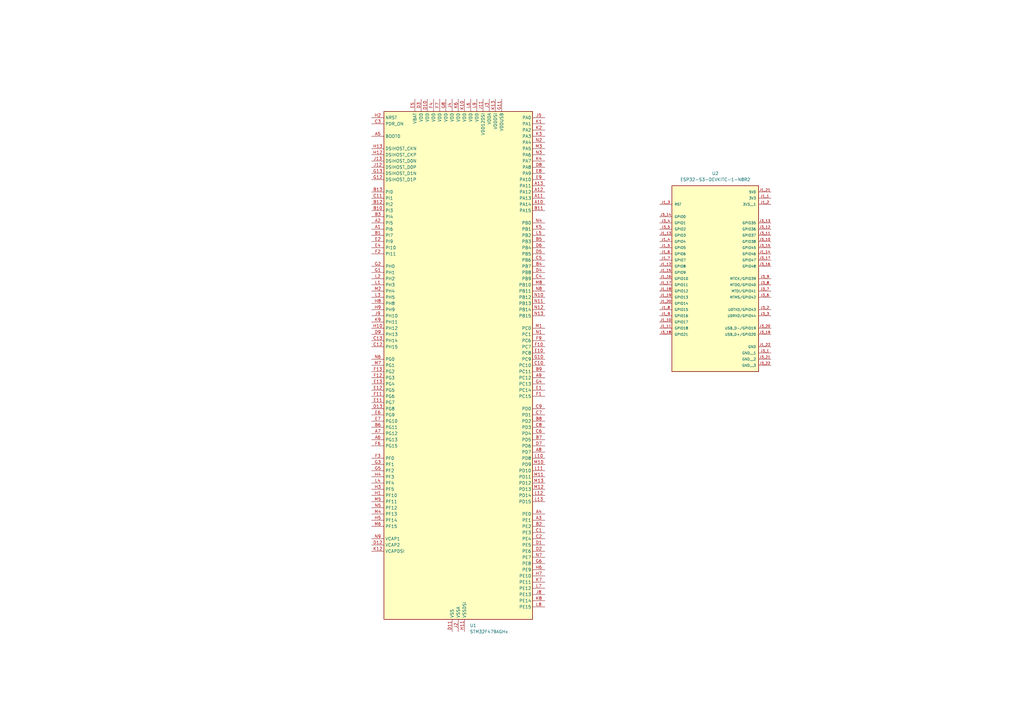
<source format=kicad_sch>
(kicad_sch (version 20230121) (generator eeschema)
  (paper "A3")
  (lib_symbols
    (symbol "ESP32-S3-DEVKITC-1-N8R2:ESP32-S3-DEVKITC-1-N8R2" (pin_names (offset 1.016))
      (property "Reference" "U" (at -17.78 35.56 0))
      (property "Value" "ESP32-S3-DEVKITC-1-N8R2" (at -17.78 -45.72 0))
      (symbol "ESP32-S3-DEVKITC-1-N8R2_0_0"
        (rectangle (start -17.78 -43.18) (end 17.78 33.02) (stroke (width 0.254)) (fill (type background)))
        (pin power_in line (at 22.86 27.94 180) (length 5.08) (name "3V3") (number "J1_1"))
        (pin bidirectional line (at -22.86 -22.86 0) (length 5.08) (name "GPIO17") (number "J1_10"))
        (pin bidirectional line (at -22.86 -25.4 0) (length 5.08) (name "GPIO18") (number "J1_11"))
        (pin bidirectional line (at -22.86 0 0) (length 5.08) (name "GPIO8") (number "J1_12"))
        (pin bidirectional line (at -22.86 12.7 0) (length 5.08) (name "GPIO3") (number "J1_13"))
        (pin bidirectional line (at 22.86 5.08 180) (length 5.08) (name "GPIO46") (number "J1_14"))
        (pin bidirectional line (at -22.86 -2.54 0) (length 5.08) (name "GPIO9") (number "J1_15"))
        (pin bidirectional line (at -22.86 -5.08 0) (length 5.08) (name "GPIO10") (number "J1_16"))
        (pin bidirectional line (at -22.86 -7.62 0) (length 5.08) (name "GPIO11") (number "J1_17"))
        (pin bidirectional line (at -22.86 -10.16 0) (length 5.08) (name "GPIO12") (number "J1_18"))
        (pin bidirectional line (at -22.86 -12.7 0) (length 5.08) (name "GPIO13") (number "J1_19"))
        (pin power_in line (at 22.86 25.4 180) (length 5.08) (name "3V3__1") (number "J1_2"))
        (pin bidirectional line (at -22.86 -15.24 0) (length 5.08) (name "GPIO14") (number "J1_20"))
        (pin power_in line (at 22.86 30.48 180) (length 5.08) (name "5V0") (number "J1_21"))
        (pin power_in line (at 22.86 -33.02 180) (length 5.08) (name "GND") (number "J1_22"))
        (pin input line (at -22.86 25.4 0) (length 5.08) (name "RST") (number "J1_3"))
        (pin bidirectional line (at -22.86 10.16 0) (length 5.08) (name "GPIO4") (number "J1_4"))
        (pin bidirectional line (at -22.86 7.62 0) (length 5.08) (name "GPIO5") (number "J1_5"))
        (pin bidirectional line (at -22.86 5.08 0) (length 5.08) (name "GPIO6") (number "J1_6"))
        (pin bidirectional line (at -22.86 2.54 0) (length 5.08) (name "GPIO7") (number "J1_7"))
        (pin bidirectional line (at -22.86 -17.78 0) (length 5.08) (name "GPIO15") (number "J1_8"))
        (pin bidirectional line (at -22.86 -20.32 0) (length 5.08) (name "GPIO16") (number "J1_9"))
        (pin power_in line (at 22.86 -35.56 180) (length 5.08) (name "GND__1") (number "J3_1"))
        (pin bidirectional line (at 22.86 10.16 180) (length 5.08) (name "GPIO38") (number "J3_10"))
        (pin bidirectional line (at 22.86 12.7 180) (length 5.08) (name "GPIO37") (number "J3_11"))
        (pin bidirectional line (at 22.86 15.24 180) (length 5.08) (name "GPIO36") (number "J3_12"))
        (pin bidirectional line (at 22.86 17.78 180) (length 5.08) (name "GPIO35") (number "J3_13"))
        (pin bidirectional line (at -22.86 20.32 0) (length 5.08) (name "GPIO0") (number "J3_14"))
        (pin bidirectional line (at 22.86 7.62 180) (length 5.08) (name "GPIO45") (number "J3_15"))
        (pin bidirectional line (at 22.86 0 180) (length 5.08) (name "GPIO48") (number "J3_16"))
        (pin bidirectional line (at 22.86 2.54 180) (length 5.08) (name "GPIO47") (number "J3_17"))
        (pin bidirectional line (at -22.86 -27.94 0) (length 5.08) (name "GPIO21") (number "J3_18"))
        (pin bidirectional line (at 22.86 -27.94 180) (length 5.08) (name "USB_D+/GPIO20") (number "J3_19"))
        (pin bidirectional line (at 22.86 -17.78 180) (length 5.08) (name "U0TXD/GPIO43") (number "J3_2"))
        (pin bidirectional line (at 22.86 -25.4 180) (length 5.08) (name "USB_D-/GPIO19") (number "J3_20"))
        (pin power_in line (at 22.86 -38.1 180) (length 5.08) (name "GND__2") (number "J3_21"))
        (pin power_in line (at 22.86 -40.64 180) (length 5.08) (name "GND__3") (number "J3_22"))
        (pin bidirectional line (at 22.86 -20.32 180) (length 5.08) (name "U0RXD/GPIO44") (number "J3_3"))
        (pin bidirectional line (at -22.86 17.78 0) (length 5.08) (name "GPIO1") (number "J3_4"))
        (pin bidirectional line (at -22.86 15.24 0) (length 5.08) (name "GPIO2") (number "J3_5"))
        (pin bidirectional line (at 22.86 -12.7 180) (length 5.08) (name "MTMS/GPIO42") (number "J3_6"))
        (pin bidirectional line (at 22.86 -10.16 180) (length 5.08) (name "MTDI/GPIO41") (number "J3_7"))
        (pin bidirectional line (at 22.86 -7.62 180) (length 5.08) (name "MTDO/GPIO40") (number "J3_8"))
        (pin bidirectional line (at 22.86 -5.08 180) (length 5.08) (name "MTCK/GPIO39") (number "J3_9"))
      )
    )
    (symbol "MCU_ST_STM32F4:STM32F479AGHx"
      (property "Reference" "U" (at -30.48 105.41 0))
      (property "Value" "STM32F479AGHx" (at 20.32 105.41 0))
      (symbol "STM32F479AGHx_0_1"
        (rectangle (start -30.48 -104.14) (end 30.48 104.14) (stroke (width 0.254)) (fill (type background)))
      )
      (symbol "STM32F479AGHx_1_1"
        (pin bidirectional line (at -35.56 55.88 0) (length 5.08) (name "PI6") (number "A1"))
        (pin bidirectional line (at 35.56 66.04 180) (length 5.08) (name "PA14") (number "A10"))
        (pin bidirectional line (at 35.56 68.58 180) (length 5.08) (name "PA13") (number "A11"))
        (pin bidirectional line (at 35.56 71.12 180) (length 5.08) (name "PA12") (number "A12"))
        (pin bidirectional line (at 35.56 73.66 180) (length 5.08) (name "PA11") (number "A13"))
        (pin bidirectional line (at -35.56 58.42 0) (length 5.08) (name "PI5") (number "A2"))
        (pin bidirectional line (at 35.56 -63.5 180) (length 5.08) (name "PE1") (number "A3"))
        (pin bidirectional line (at 35.56 -60.96 180) (length 5.08) (name "PE0") (number "A4"))
        (pin input line (at -35.56 93.98 0) (length 5.08) (name "BOOT0") (number "A5"))
        (pin bidirectional line (at -35.56 -30.48 0) (length 5.08) (name "PG13") (number "A6"))
        (pin bidirectional line (at -35.56 -27.94 0) (length 5.08) (name "PG12") (number "A7"))
        (pin bidirectional line (at 35.56 -35.56 180) (length 5.08) (name "PD7") (number "A8"))
        (pin bidirectional line (at 35.56 -5.08 180) (length 5.08) (name "PC12") (number "A9"))
        (pin bidirectional line (at -35.56 53.34 0) (length 5.08) (name "PI7") (number "B1"))
        (pin bidirectional line (at -35.56 63.5 0) (length 5.08) (name "PI3") (number "B10"))
        (pin bidirectional line (at 35.56 63.5 180) (length 5.08) (name "PA15") (number "B11"))
        (pin bidirectional line (at -35.56 66.04 0) (length 5.08) (name "PI2") (number "B12"))
        (pin bidirectional line (at -35.56 71.12 0) (length 5.08) (name "PI0") (number "B13"))
        (pin bidirectional line (at 35.56 -66.04 180) (length 5.08) (name "PE2") (number "B2"))
        (pin bidirectional line (at -35.56 60.96 0) (length 5.08) (name "PI4") (number "B3"))
        (pin bidirectional line (at 35.56 40.64 180) (length 5.08) (name "PB7") (number "B4"))
        (pin bidirectional line (at 35.56 50.8 180) (length 5.08) (name "PB3") (number "B5"))
        (pin bidirectional line (at -35.56 -25.4 0) (length 5.08) (name "PG11") (number "B6"))
        (pin bidirectional line (at 35.56 -30.48 180) (length 5.08) (name "PD5") (number "B7"))
        (pin bidirectional line (at 35.56 -22.86 180) (length 5.08) (name "PD2") (number "B8"))
        (pin bidirectional line (at 35.56 -2.54 180) (length 5.08) (name "PC11") (number "B9"))
        (pin bidirectional line (at 35.56 -68.58 180) (length 5.08) (name "PE3") (number "C1"))
        (pin bidirectional line (at 35.56 0 180) (length 5.08) (name "PC10") (number "C10"))
        (pin bidirectional line (at -35.56 68.58 0) (length 5.08) (name "PI1") (number "C11"))
        (pin bidirectional line (at -35.56 7.62 0) (length 5.08) (name "PH15") (number "C12"))
        (pin bidirectional line (at -35.56 10.16 0) (length 5.08) (name "PH14") (number "C13"))
        (pin bidirectional line (at 35.56 -71.12 180) (length 5.08) (name "PE4") (number "C2"))
        (pin input line (at -35.56 99.06 0) (length 5.08) (name "PDR_ON") (number "C3"))
        (pin bidirectional line (at 35.56 35.56 180) (length 5.08) (name "PB9") (number "C4"))
        (pin bidirectional line (at 35.56 43.18 180) (length 5.08) (name "PB6") (number "C5"))
        (pin bidirectional line (at 35.56 -27.94 180) (length 5.08) (name "PD4") (number "C6"))
        (pin bidirectional line (at 35.56 -20.32 180) (length 5.08) (name "PD1") (number "C7"))
        (pin bidirectional line (at 35.56 -25.4 180) (length 5.08) (name "PD3") (number "C8"))
        (pin bidirectional line (at 35.56 -17.78 180) (length 5.08) (name "PD0") (number "C9"))
        (pin bidirectional line (at 35.56 -73.66 180) (length 5.08) (name "PE5") (number "D1"))
        (pin power_in line (at -12.7 109.22 270) (length 5.08) (name "VDD") (number "D10"))
        (pin power_in line (at -2.54 -109.22 90) (length 5.08) (name "VSS") (number "D11"))
        (pin power_out line (at -35.56 -73.66 0) (length 5.08) (name "VCAP2") (number "D12"))
        (pin bidirectional line (at -35.56 -17.78 0) (length 5.08) (name "PG8") (number "D13"))
        (pin bidirectional line (at 35.56 -76.2 180) (length 5.08) (name "PE6") (number "D2"))
        (pin power_in line (at -15.24 109.22 270) (length 5.08) (name "VDD") (number "D3"))
        (pin bidirectional line (at 35.56 38.1 180) (length 5.08) (name "PB8") (number "D4"))
        (pin bidirectional line (at 35.56 45.72 180) (length 5.08) (name "PB5") (number "D5"))
        (pin bidirectional line (at 35.56 48.26 180) (length 5.08) (name "PB4") (number "D6"))
        (pin bidirectional line (at 35.56 -33.02 180) (length 5.08) (name "PD6") (number "D7"))
        (pin bidirectional line (at 35.56 81.28 180) (length 5.08) (name "PA8") (number "D8"))
        (pin bidirectional line (at -35.56 12.7 0) (length 5.08) (name "PH13") (number "D9"))
        (pin bidirectional line (at 35.56 -10.16 180) (length 5.08) (name "PC14") (number "E1"))
        (pin bidirectional line (at 35.56 5.08 180) (length 5.08) (name "PC8") (number "E10"))
        (pin bidirectional line (at -35.56 -15.24 0) (length 5.08) (name "PG7") (number "E11"))
        (pin bidirectional line (at -35.56 -10.16 0) (length 5.08) (name "PG5") (number "E12"))
        (pin bidirectional line (at -35.56 -7.62 0) (length 5.08) (name "PG4") (number "E13"))
        (pin bidirectional line (at -35.56 50.8 0) (length 5.08) (name "PI9") (number "E2"))
        (pin passive line (at -2.54 -109.22 90) (length 5.08) hide (name "VSS") (number "E3"))
        (pin bidirectional line (at -35.56 48.26 0) (length 5.08) (name "PI10") (number "E4"))
        (pin power_in line (at -17.78 109.22 270) (length 5.08) (name "VBAT") (number "E5"))
        (pin bidirectional line (at -35.56 -20.32 0) (length 5.08) (name "PG9") (number "E6"))
        (pin bidirectional line (at -35.56 -22.86 0) (length 5.08) (name "PG10") (number "E7"))
        (pin bidirectional line (at 35.56 78.74 180) (length 5.08) (name "PA9") (number "E8"))
        (pin bidirectional line (at 35.56 76.2 180) (length 5.08) (name "PA10") (number "E9"))
        (pin bidirectional line (at 35.56 -12.7 180) (length 5.08) (name "PC15") (number "F1"))
        (pin bidirectional line (at 35.56 7.62 180) (length 5.08) (name "PC7") (number "F10"))
        (pin bidirectional line (at -35.56 -12.7 0) (length 5.08) (name "PG6") (number "F11"))
        (pin bidirectional line (at -35.56 -5.08 0) (length 5.08) (name "PG3") (number "F12"))
        (pin bidirectional line (at -35.56 -2.54 0) (length 5.08) (name "PG2") (number "F13"))
        (pin bidirectional line (at -35.56 45.72 0) (length 5.08) (name "PI11") (number "F2"))
        (pin bidirectional line (at -35.56 -38.1 0) (length 5.08) (name "PF0") (number "F3"))
        (pin power_in line (at -10.16 109.22 270) (length 5.08) (name "VDD") (number "F4"))
        (pin passive line (at -2.54 -109.22 90) (length 5.08) hide (name "VSS") (number "F5"))
        (pin bidirectional line (at -35.56 -33.02 0) (length 5.08) (name "PG15") (number "F6"))
        (pin power_in line (at -7.62 109.22 270) (length 5.08) (name "VDD") (number "F7"))
        (pin passive line (at -2.54 -109.22 90) (length 5.08) hide (name "VSS") (number "F8"))
        (pin bidirectional line (at 35.56 10.16 180) (length 5.08) (name "PC6") (number "F9"))
        (pin bidirectional line (at -35.56 38.1 0) (length 5.08) (name "PH1") (number "G1"))
        (pin bidirectional line (at 35.56 2.54 180) (length 5.08) (name "PC9") (number "G10"))
        (pin power_in line (at 17.78 109.22 270) (length 5.08) (name "VDDUSB") (number "G11"))
        (pin bidirectional line (at -35.56 76.2 0) (length 5.08) (name "DSIHOST_D1P") (number "G12"))
        (pin bidirectional line (at -35.56 78.74 0) (length 5.08) (name "DSIHOST_D1N") (number "G13"))
        (pin bidirectional line (at -35.56 40.64 0) (length 5.08) (name "PH0") (number "G2"))
        (pin bidirectional line (at -35.56 -40.64 0) (length 5.08) (name "PF1") (number "G3"))
        (pin bidirectional line (at 35.56 -7.62 180) (length 5.08) (name "PC13") (number "G4"))
        (pin bidirectional line (at -35.56 -43.18 0) (length 5.08) (name "PF2") (number "G5"))
        (pin bidirectional line (at 35.56 -81.28 180) (length 5.08) (name "PE8") (number "G6"))
        (pin passive line (at -2.54 -109.22 90) (length 5.08) hide (name "VSS") (number "G7"))
        (pin power_in line (at -5.08 109.22 270) (length 5.08) (name "VDD") (number "G8"))
        (pin passive line (at -2.54 -109.22 90) (length 5.08) hide (name "VSS") (number "G9"))
        (pin bidirectional line (at -35.56 -53.34 0) (length 5.08) (name "PF10") (number "H1"))
        (pin bidirectional line (at -35.56 15.24 0) (length 5.08) (name "PH12") (number "H10"))
        (pin power_in line (at 2.54 -109.22 90) (length 5.08) (name "VSSDSI") (number "H11"))
        (pin bidirectional line (at -35.56 86.36 0) (length 5.08) (name "DSIHOST_CKP") (number "H12"))
        (pin bidirectional line (at -35.56 88.9 0) (length 5.08) (name "DSIHOST_CKN") (number "H13"))
        (pin input line (at -35.56 101.6 0) (length 5.08) (name "NRST") (number "H2"))
        (pin bidirectional line (at -35.56 -50.8 0) (length 5.08) (name "PF5") (number "H3"))
        (pin bidirectional line (at -35.56 -45.72 0) (length 5.08) (name "PF3") (number "H4"))
        (pin bidirectional line (at -35.56 -63.5 0) (length 5.08) (name "PF14") (number "H5"))
        (pin bidirectional line (at 35.56 -83.82 180) (length 5.08) (name "PE9") (number "H6"))
        (pin bidirectional line (at 35.56 -86.36 180) (length 5.08) (name "PE10") (number "H7"))
        (pin bidirectional line (at -35.56 25.4 0) (length 5.08) (name "PH8") (number "H8"))
        (pin bidirectional line (at -35.56 22.86 0) (length 5.08) (name "PH9") (number "H9"))
        (pin passive line (at -2.54 -109.22 90) (length 5.08) hide (name "VSS") (number "J1"))
        (pin passive line (at -2.54 -109.22 90) (length 5.08) hide (name "VSS") (number "J10"))
        (pin power_in line (at 10.16 109.22 270) (length 5.08) (name "VDD12DSI") (number "J11"))
        (pin bidirectional line (at -35.56 81.28 0) (length 5.08) (name "DSIHOST_D0P") (number "J12"))
        (pin bidirectional line (at -35.56 83.82 0) (length 5.08) (name "DSIHOST_D0N") (number "J13"))
        (pin power_in line (at 0 -109.22 90) (length 5.08) (name "VSSA") (number "J2"))
        (pin power_in line (at 12.7 109.22 270) (length 5.08) (name "VDDA") (number "J3"))
        (pin power_in line (at -2.54 109.22 270) (length 5.08) (name "VDD") (number "J4"))
        (pin bidirectional line (at 35.56 101.6 180) (length 5.08) (name "PA0") (number "J5"))
        (pin passive line (at -2.54 -109.22 90) (length 5.08) hide (name "VSS") (number "J6"))
        (pin passive line (at -2.54 -109.22 90) (length 5.08) hide (name "VSS") (number "J7"))
        (pin bidirectional line (at 35.56 -93.98 180) (length 5.08) (name "PE13") (number "J8"))
        (pin bidirectional line (at -35.56 20.32 0) (length 5.08) (name "PH10") (number "J9"))
        (pin bidirectional line (at 35.56 99.06 180) (length 5.08) (name "PA1") (number "K1"))
        (pin power_in line (at 2.54 109.22 270) (length 5.08) (name "VDD") (number "K10"))
        (pin passive line (at 2.54 -109.22 90) (length 5.08) hide (name "VSSDSI") (number "K11"))
        (pin power_out line (at -35.56 -76.2 0) (length 5.08) (name "VCAPDSI") (number "K12"))
        (pin power_in line (at 15.24 109.22 270) (length 5.08) (name "VDDDSI") (number "K13"))
        (pin bidirectional line (at 35.56 96.52 180) (length 5.08) (name "PA2") (number "K2"))
        (pin bidirectional line (at 35.56 93.98 180) (length 5.08) (name "PA3") (number "K3"))
        (pin bidirectional line (at 35.56 83.82 180) (length 5.08) (name "PA7") (number "K4"))
        (pin bidirectional line (at 35.56 55.88 180) (length 5.08) (name "PB1") (number "K5"))
        (pin power_in line (at 0 109.22 270) (length 5.08) (name "VDD") (number "K6"))
        (pin bidirectional line (at 35.56 -88.9 180) (length 5.08) (name "PE11") (number "K7"))
        (pin bidirectional line (at 35.56 -96.52 180) (length 5.08) (name "PE14") (number "K8"))
        (pin bidirectional line (at -35.56 17.78 0) (length 5.08) (name "PH11") (number "K9"))
        (pin bidirectional line (at -35.56 33.02 0) (length 5.08) (name "PH3") (number "L1"))
        (pin bidirectional line (at 35.56 -38.1 180) (length 5.08) (name "PD8") (number "L10"))
        (pin bidirectional line (at 35.56 -43.18 180) (length 5.08) (name "PD10") (number "L11"))
        (pin bidirectional line (at 35.56 -53.34 180) (length 5.08) (name "PD14") (number "L12"))
        (pin bidirectional line (at 35.56 -55.88 180) (length 5.08) (name "PD15") (number "L13"))
        (pin bidirectional line (at -35.56 35.56 0) (length 5.08) (name "PH2") (number "L2"))
        (pin bidirectional line (at -35.56 27.94 0) (length 5.08) (name "PH5") (number "L3"))
        (pin bidirectional line (at -35.56 -48.26 0) (length 5.08) (name "PF4") (number "L4"))
        (pin bidirectional line (at 35.56 53.34 180) (length 5.08) (name "PB2") (number "L5"))
        (pin power_in line (at 5.08 109.22 270) (length 5.08) (name "VDD") (number "L6"))
        (pin bidirectional line (at 35.56 -91.44 180) (length 5.08) (name "PE12") (number "L7"))
        (pin bidirectional line (at 35.56 -99.06 180) (length 5.08) (name "PE15") (number "L8"))
        (pin power_in line (at 7.62 109.22 270) (length 5.08) (name "VDD") (number "L9"))
        (pin bidirectional line (at 35.56 15.24 180) (length 5.08) (name "PC0") (number "M1"))
        (pin bidirectional line (at 35.56 -40.64 180) (length 5.08) (name "PD9") (number "M10"))
        (pin bidirectional line (at 35.56 -45.72 180) (length 5.08) (name "PD11") (number "M11"))
        (pin bidirectional line (at 35.56 -50.8 180) (length 5.08) (name "PD13") (number "M12"))
        (pin bidirectional line (at 35.56 -48.26 180) (length 5.08) (name "PD12") (number "M13"))
        (pin bidirectional line (at -35.56 30.48 0) (length 5.08) (name "PH4") (number "M2"))
        (pin bidirectional line (at 35.56 88.9 180) (length 5.08) (name "PA5") (number "M3"))
        (pin bidirectional line (at -35.56 -60.96 0) (length 5.08) (name "PF13") (number "M4"))
        (pin bidirectional line (at -35.56 -55.88 0) (length 5.08) (name "PF11") (number "M5"))
        (pin bidirectional line (at -35.56 -66.04 0) (length 5.08) (name "PF15") (number "M6"))
        (pin bidirectional line (at -35.56 0 0) (length 5.08) (name "PG1") (number "M7"))
        (pin bidirectional line (at 35.56 33.02 180) (length 5.08) (name "PB10") (number "M8"))
        (pin passive line (at -2.54 -109.22 90) (length 5.08) hide (name "VSS") (number "M9"))
        (pin bidirectional line (at 35.56 12.7 180) (length 5.08) (name "PC1") (number "N1"))
        (pin bidirectional line (at 35.56 27.94 180) (length 5.08) (name "PB12") (number "N10"))
        (pin bidirectional line (at 35.56 25.4 180) (length 5.08) (name "PB13") (number "N11"))
        (pin bidirectional line (at 35.56 22.86 180) (length 5.08) (name "PB14") (number "N12"))
        (pin bidirectional line (at 35.56 20.32 180) (length 5.08) (name "PB15") (number "N13"))
        (pin bidirectional line (at 35.56 91.44 180) (length 5.08) (name "PA4") (number "N2"))
        (pin bidirectional line (at 35.56 86.36 180) (length 5.08) (name "PA6") (number "N3"))
        (pin bidirectional line (at 35.56 58.42 180) (length 5.08) (name "PB0") (number "N4"))
        (pin bidirectional line (at -35.56 -58.42 0) (length 5.08) (name "PF12") (number "N5"))
        (pin bidirectional line (at -35.56 2.54 0) (length 5.08) (name "PG0") (number "N6"))
        (pin bidirectional line (at 35.56 -78.74 180) (length 5.08) (name "PE7") (number "N7"))
        (pin bidirectional line (at 35.56 30.48 180) (length 5.08) (name "PB11") (number "N8"))
        (pin power_out line (at -35.56 -71.12 0) (length 5.08) (name "VCAP1") (number "N9"))
      )
    )
  )
  (symbol (lib_id "ESP32-S3-DEVKITC-1-N8R2:ESP32-S3-DEVKITC-1-N8R2") (at 293.37 109.22 0) (unit 1)
    (property "Reference" "U2" (at 293.37 71.12 0))
    (property "Value" "ESP32-S3-DEVKITC-1-N8R2" (at 293.37 73.66 0))
    (property "Footprint" "XCVR_ESP32-S3-DEVKITC-1-N8R2" (effects hide))
    (property "PARTREV" "V1" (effects hide))
    (property "STANDARD" "Manufacturer Recommendations" (effects hide))
    (property "MANUFACTURER" "Espressif" (effects hide))
  )
  (symbol (lib_id "MCU_ST_STM32F4:STM32F479AGHx") (at 187.96 149.86 0) (unit 1)
    (property "Reference" "U1" (at 192.6941 256.54 0) (effects (justify left)))
    (property "Value" "STM32F479AGHx" (at 192.6941 259.08 0) (effects (justify left)))
    (property "Footprint" "Package_BGA:UFBGA-169_7x7mm_Layout13x13_P0.5mm" (effects hide))
    (property "Datasheet" "https://www.st.com/resource/en/datasheet/stm32f479ag.pdf" (effects hide))
  )
)
</source>
